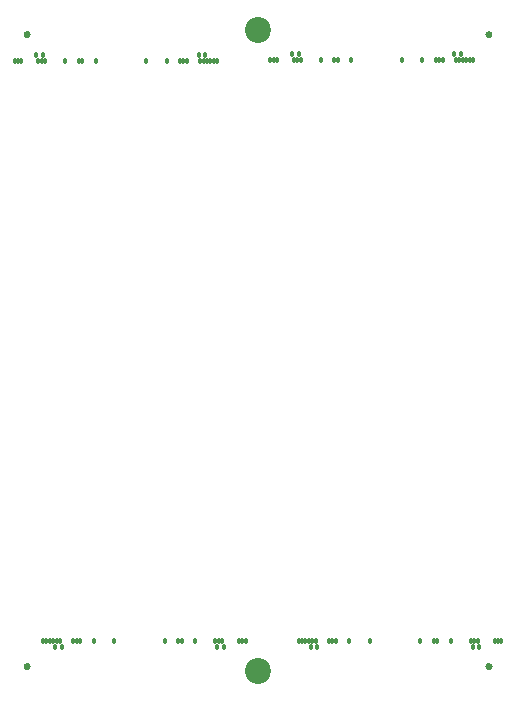
<source format=gbr>
%TF.GenerationSoftware,KiCad,Pcbnew,9.0.0*%
%TF.CreationDate,2025-05-12T15:22:34-04:00*%
%TF.ProjectId,design-files_BM,64657369-676e-42d6-9669-6c65735f424d,rev?*%
%TF.SameCoordinates,Original*%
%TF.FileFunction,Soldermask,Top*%
%TF.FilePolarity,Negative*%
%FSLAX46Y46*%
G04 Gerber Fmt 4.6, Leading zero omitted, Abs format (unit mm)*
G04 Created by KiCad (PCBNEW 9.0.0) date 2025-05-12 15:22:34*
%MOMM*%
%LPD*%
G01*
G04 APERTURE LIST*
G04 Aperture macros list*
%AMRoundRect*
0 Rectangle with rounded corners*
0 $1 Rounding radius*
0 $2 $3 $4 $5 $6 $7 $8 $9 X,Y pos of 4 corners*
0 Add a 4 corners polygon primitive as box body*
4,1,4,$2,$3,$4,$5,$6,$7,$8,$9,$2,$3,0*
0 Add four circle primitives for the rounded corners*
1,1,$1+$1,$2,$3*
1,1,$1+$1,$4,$5*
1,1,$1+$1,$6,$7*
1,1,$1+$1,$8,$9*
0 Add four rect primitives between the rounded corners*
20,1,$1+$1,$2,$3,$4,$5,0*
20,1,$1+$1,$4,$5,$6,$7,0*
20,1,$1+$1,$6,$7,$8,$9,0*
20,1,$1+$1,$8,$9,$2,$3,0*%
G04 Aperture macros list end*
%ADD10C,0.600000*%
%ADD11C,2.200000*%
%ADD12RoundRect,0.125000X0.063500X0.127000X-0.063500X0.127000X-0.063500X-0.127000X0.063500X-0.127000X0*%
%ADD13RoundRect,0.125000X-0.063500X-0.127000X0.063500X-0.127000X0.063500X0.127000X-0.063500X0.127000X0*%
G04 APERTURE END LIST*
D10*
%TO.C,REF\u002A\u002A*%
X51630000Y-65490000D02*
G75*
G02*
X51610000Y-65490000I-10000J0D01*
G01*
X51610000Y-65490000D02*
G75*
G02*
X51630000Y-65490000I10000J0D01*
G01*
X12530000Y-11990000D02*
G75*
G02*
X12510000Y-11990000I-10000J0D01*
G01*
X12510000Y-11990000D02*
G75*
G02*
X12530000Y-11990000I10000J0D01*
G01*
X51630000Y-11990000D02*
G75*
G02*
X51610000Y-11990000I-10000J0D01*
G01*
X51610000Y-11990000D02*
G75*
G02*
X51630000Y-11990000I10000J0D01*
G01*
X12530000Y-65490000D02*
G75*
G02*
X12510000Y-65490000I-10000J0D01*
G01*
X12510000Y-65490000D02*
G75*
G02*
X12530000Y-65490000I10000J0D01*
G01*
%TD*%
D11*
%TO.C,REF\u002A\u002A*%
X32070000Y-11590000D03*
%TD*%
D12*
%TO.C,U3*%
X28611329Y-14188127D03*
X28325329Y-14188127D03*
X28039329Y-14188127D03*
X27753329Y-14188127D03*
X27610329Y-13688127D03*
X27467329Y-14188127D03*
X27181329Y-14188127D03*
X27038329Y-13688127D03*
X26037329Y-14188127D03*
X25751329Y-14188127D03*
X25465329Y-14188127D03*
X24321329Y-14188127D03*
X22605329Y-14188127D03*
X18315329Y-14188127D03*
X17171329Y-14188127D03*
X16885329Y-14188127D03*
X15741329Y-14188127D03*
X14025329Y-14188127D03*
X13882329Y-13688127D03*
X13739329Y-14188127D03*
X13453329Y-14188127D03*
X13310329Y-13688127D03*
X12023329Y-14188127D03*
X11737329Y-14188127D03*
X11451329Y-14188127D03*
%TD*%
D13*
%TO.C,U1*%
X13867000Y-63310000D03*
X14153000Y-63310000D03*
X14439000Y-63310000D03*
X14725000Y-63310000D03*
X14868000Y-63810000D03*
X15011000Y-63310000D03*
X15297000Y-63310000D03*
X15440000Y-63810000D03*
X16441000Y-63310000D03*
X16727000Y-63310000D03*
X17013000Y-63310000D03*
X18157000Y-63310000D03*
X19873000Y-63310000D03*
X24163000Y-63310000D03*
X25307000Y-63310000D03*
X25593000Y-63310000D03*
X26737000Y-63310000D03*
X28453000Y-63310000D03*
X28596000Y-63810000D03*
X28739000Y-63310000D03*
X29025000Y-63310000D03*
X29168000Y-63810000D03*
X30455000Y-63310000D03*
X30741000Y-63310000D03*
X31027000Y-63310000D03*
%TD*%
D12*
%TO.C,U4*%
X50261329Y-14158127D03*
X49975329Y-14158127D03*
X49689329Y-14158127D03*
X49403329Y-14158127D03*
X49260329Y-13658127D03*
X49117329Y-14158127D03*
X48831329Y-14158127D03*
X48688329Y-13658127D03*
X47687329Y-14158127D03*
X47401329Y-14158127D03*
X47115329Y-14158127D03*
X45971329Y-14158127D03*
X44255329Y-14158127D03*
X39965329Y-14158127D03*
X38821329Y-14158127D03*
X38535329Y-14158127D03*
X37391329Y-14158127D03*
X35675329Y-14158127D03*
X35532329Y-13658127D03*
X35389329Y-14158127D03*
X35103329Y-14158127D03*
X34960329Y-13658127D03*
X33673329Y-14158127D03*
X33387329Y-14158127D03*
X33101329Y-14158127D03*
%TD*%
D13*
%TO.C,U2*%
X35512000Y-63360000D03*
X35798000Y-63360000D03*
X36084000Y-63360000D03*
X36370000Y-63360000D03*
X36513000Y-63860000D03*
X36656000Y-63360000D03*
X36942000Y-63360000D03*
X37085000Y-63860000D03*
X38086000Y-63360000D03*
X38372000Y-63360000D03*
X38658000Y-63360000D03*
X39802000Y-63360000D03*
X41518000Y-63360000D03*
X45808000Y-63360000D03*
X46952000Y-63360000D03*
X47238000Y-63360000D03*
X48382000Y-63360000D03*
X50098000Y-63360000D03*
X50241000Y-63860000D03*
X50384000Y-63360000D03*
X50670000Y-63360000D03*
X50813000Y-63860000D03*
X52100000Y-63360000D03*
X52386000Y-63360000D03*
X52672000Y-63360000D03*
%TD*%
D11*
%TO.C,REF\u002A\u002A*%
X32070000Y-65890000D03*
%TD*%
M02*

</source>
